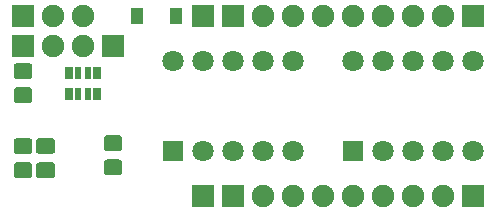
<source format=gbr>
G04 #@! TF.GenerationSoftware,KiCad,Pcbnew,(5.0.0)*
G04 #@! TF.CreationDate,2019-08-19T15:41:53-04:00*
G04 #@! TF.ProjectId,7segment,377365676D656E742E6B696361645F70,B*
G04 #@! TF.SameCoordinates,Original*
G04 #@! TF.FileFunction,Soldermask,Bot*
G04 #@! TF.FilePolarity,Negative*
%FSLAX46Y46*%
G04 Gerber Fmt 4.6, Leading zero omitted, Abs format (unit mm)*
G04 Created by KiCad (PCBNEW (5.0.0)) date 08/19/19 15:41:53*
%MOMM*%
%LPD*%
G01*
G04 APERTURE LIST*
%ADD10C,1.800000*%
%ADD11R,1.800000X1.800000*%
%ADD12R,1.900000X1.900000*%
%ADD13C,0.100000*%
%ADD14C,1.350000*%
%ADD15R,1.100000X1.400000*%
%ADD16O,1.900000X1.900000*%
%ADD17R,0.700000X1.000000*%
%ADD18R,0.600000X1.000000*%
G04 APERTURE END LIST*
D10*
G04 #@! TO.C,U1*
X76200000Y-41910000D03*
X78740000Y-41910000D03*
X81280000Y-41910000D03*
X83820000Y-41910000D03*
X86360000Y-41910000D03*
X86360000Y-49530000D03*
X83820000Y-49530000D03*
X81280000Y-49530000D03*
X78740000Y-49530000D03*
D11*
X76200000Y-49530000D03*
G04 #@! TD*
D12*
G04 #@! TO.C,J5*
X71120000Y-40640000D03*
G04 #@! TD*
D13*
G04 #@! TO.C,C3*
G36*
X71655289Y-50271413D02*
X71683778Y-50275639D01*
X71711715Y-50282637D01*
X71738832Y-50292340D01*
X71764867Y-50304653D01*
X71789570Y-50319460D01*
X71812703Y-50336616D01*
X71834043Y-50355957D01*
X71853384Y-50377297D01*
X71870540Y-50400430D01*
X71885347Y-50425133D01*
X71897660Y-50451168D01*
X71907363Y-50478285D01*
X71914361Y-50506222D01*
X71918587Y-50534711D01*
X71920000Y-50563477D01*
X71920000Y-51326523D01*
X71918587Y-51355289D01*
X71914361Y-51383778D01*
X71907363Y-51411715D01*
X71897660Y-51438832D01*
X71885347Y-51464867D01*
X71870540Y-51489570D01*
X71853384Y-51512703D01*
X71834043Y-51534043D01*
X71812703Y-51553384D01*
X71789570Y-51570540D01*
X71764867Y-51585347D01*
X71738832Y-51597660D01*
X71711715Y-51607363D01*
X71683778Y-51614361D01*
X71655289Y-51618587D01*
X71626523Y-51620000D01*
X70613477Y-51620000D01*
X70584711Y-51618587D01*
X70556222Y-51614361D01*
X70528285Y-51607363D01*
X70501168Y-51597660D01*
X70475133Y-51585347D01*
X70450430Y-51570540D01*
X70427297Y-51553384D01*
X70405957Y-51534043D01*
X70386616Y-51512703D01*
X70369460Y-51489570D01*
X70354653Y-51464867D01*
X70342340Y-51438832D01*
X70332637Y-51411715D01*
X70325639Y-51383778D01*
X70321413Y-51355289D01*
X70320000Y-51326523D01*
X70320000Y-50563477D01*
X70321413Y-50534711D01*
X70325639Y-50506222D01*
X70332637Y-50478285D01*
X70342340Y-50451168D01*
X70354653Y-50425133D01*
X70369460Y-50400430D01*
X70386616Y-50377297D01*
X70405957Y-50355957D01*
X70427297Y-50336616D01*
X70450430Y-50319460D01*
X70475133Y-50304653D01*
X70501168Y-50292340D01*
X70528285Y-50282637D01*
X70556222Y-50275639D01*
X70584711Y-50271413D01*
X70613477Y-50270000D01*
X71626523Y-50270000D01*
X71655289Y-50271413D01*
X71655289Y-50271413D01*
G37*
D14*
X71120000Y-50945000D03*
D13*
G36*
X71655289Y-48221413D02*
X71683778Y-48225639D01*
X71711715Y-48232637D01*
X71738832Y-48242340D01*
X71764867Y-48254653D01*
X71789570Y-48269460D01*
X71812703Y-48286616D01*
X71834043Y-48305957D01*
X71853384Y-48327297D01*
X71870540Y-48350430D01*
X71885347Y-48375133D01*
X71897660Y-48401168D01*
X71907363Y-48428285D01*
X71914361Y-48456222D01*
X71918587Y-48484711D01*
X71920000Y-48513477D01*
X71920000Y-49276523D01*
X71918587Y-49305289D01*
X71914361Y-49333778D01*
X71907363Y-49361715D01*
X71897660Y-49388832D01*
X71885347Y-49414867D01*
X71870540Y-49439570D01*
X71853384Y-49462703D01*
X71834043Y-49484043D01*
X71812703Y-49503384D01*
X71789570Y-49520540D01*
X71764867Y-49535347D01*
X71738832Y-49547660D01*
X71711715Y-49557363D01*
X71683778Y-49564361D01*
X71655289Y-49568587D01*
X71626523Y-49570000D01*
X70613477Y-49570000D01*
X70584711Y-49568587D01*
X70556222Y-49564361D01*
X70528285Y-49557363D01*
X70501168Y-49547660D01*
X70475133Y-49535347D01*
X70450430Y-49520540D01*
X70427297Y-49503384D01*
X70405957Y-49484043D01*
X70386616Y-49462703D01*
X70369460Y-49439570D01*
X70354653Y-49414867D01*
X70342340Y-49388832D01*
X70332637Y-49361715D01*
X70325639Y-49333778D01*
X70321413Y-49305289D01*
X70320000Y-49276523D01*
X70320000Y-48513477D01*
X70321413Y-48484711D01*
X70325639Y-48456222D01*
X70332637Y-48428285D01*
X70342340Y-48401168D01*
X70354653Y-48375133D01*
X70369460Y-48350430D01*
X70386616Y-48327297D01*
X70405957Y-48305957D01*
X70427297Y-48286616D01*
X70450430Y-48269460D01*
X70475133Y-48254653D01*
X70501168Y-48242340D01*
X70528285Y-48232637D01*
X70556222Y-48225639D01*
X70584711Y-48221413D01*
X70613477Y-48220000D01*
X71626523Y-48220000D01*
X71655289Y-48221413D01*
X71655289Y-48221413D01*
G37*
D14*
X71120000Y-48895000D03*
G04 #@! TD*
D15*
G04 #@! TO.C,D1*
X73153000Y-38100000D03*
X76453000Y-38100000D03*
G04 #@! TD*
D12*
G04 #@! TO.C,JP2*
X63500000Y-40640000D03*
D16*
X66040000Y-40640000D03*
X68580000Y-40640000D03*
G04 #@! TD*
D17*
G04 #@! TO.C,RN3*
X67380000Y-42915000D03*
D18*
X68980000Y-42915000D03*
X68180000Y-42915000D03*
D17*
X69780000Y-42915000D03*
D18*
X68180000Y-44715000D03*
D17*
X67380000Y-44715000D03*
D18*
X68980000Y-44715000D03*
D17*
X69780000Y-44715000D03*
G04 #@! TD*
D12*
G04 #@! TO.C,J6*
X81280000Y-38100000D03*
G04 #@! TD*
G04 #@! TO.C,J7*
X81280000Y-53340000D03*
G04 #@! TD*
D13*
G04 #@! TO.C,C1*
G36*
X65940289Y-50516413D02*
X65968778Y-50520639D01*
X65996715Y-50527637D01*
X66023832Y-50537340D01*
X66049867Y-50549653D01*
X66074570Y-50564460D01*
X66097703Y-50581616D01*
X66119043Y-50600957D01*
X66138384Y-50622297D01*
X66155540Y-50645430D01*
X66170347Y-50670133D01*
X66182660Y-50696168D01*
X66192363Y-50723285D01*
X66199361Y-50751222D01*
X66203587Y-50779711D01*
X66205000Y-50808477D01*
X66205000Y-51571523D01*
X66203587Y-51600289D01*
X66199361Y-51628778D01*
X66192363Y-51656715D01*
X66182660Y-51683832D01*
X66170347Y-51709867D01*
X66155540Y-51734570D01*
X66138384Y-51757703D01*
X66119043Y-51779043D01*
X66097703Y-51798384D01*
X66074570Y-51815540D01*
X66049867Y-51830347D01*
X66023832Y-51842660D01*
X65996715Y-51852363D01*
X65968778Y-51859361D01*
X65940289Y-51863587D01*
X65911523Y-51865000D01*
X64898477Y-51865000D01*
X64869711Y-51863587D01*
X64841222Y-51859361D01*
X64813285Y-51852363D01*
X64786168Y-51842660D01*
X64760133Y-51830347D01*
X64735430Y-51815540D01*
X64712297Y-51798384D01*
X64690957Y-51779043D01*
X64671616Y-51757703D01*
X64654460Y-51734570D01*
X64639653Y-51709867D01*
X64627340Y-51683832D01*
X64617637Y-51656715D01*
X64610639Y-51628778D01*
X64606413Y-51600289D01*
X64605000Y-51571523D01*
X64605000Y-50808477D01*
X64606413Y-50779711D01*
X64610639Y-50751222D01*
X64617637Y-50723285D01*
X64627340Y-50696168D01*
X64639653Y-50670133D01*
X64654460Y-50645430D01*
X64671616Y-50622297D01*
X64690957Y-50600957D01*
X64712297Y-50581616D01*
X64735430Y-50564460D01*
X64760133Y-50549653D01*
X64786168Y-50537340D01*
X64813285Y-50527637D01*
X64841222Y-50520639D01*
X64869711Y-50516413D01*
X64898477Y-50515000D01*
X65911523Y-50515000D01*
X65940289Y-50516413D01*
X65940289Y-50516413D01*
G37*
D14*
X65405000Y-51190000D03*
D13*
G36*
X65940289Y-48466413D02*
X65968778Y-48470639D01*
X65996715Y-48477637D01*
X66023832Y-48487340D01*
X66049867Y-48499653D01*
X66074570Y-48514460D01*
X66097703Y-48531616D01*
X66119043Y-48550957D01*
X66138384Y-48572297D01*
X66155540Y-48595430D01*
X66170347Y-48620133D01*
X66182660Y-48646168D01*
X66192363Y-48673285D01*
X66199361Y-48701222D01*
X66203587Y-48729711D01*
X66205000Y-48758477D01*
X66205000Y-49521523D01*
X66203587Y-49550289D01*
X66199361Y-49578778D01*
X66192363Y-49606715D01*
X66182660Y-49633832D01*
X66170347Y-49659867D01*
X66155540Y-49684570D01*
X66138384Y-49707703D01*
X66119043Y-49729043D01*
X66097703Y-49748384D01*
X66074570Y-49765540D01*
X66049867Y-49780347D01*
X66023832Y-49792660D01*
X65996715Y-49802363D01*
X65968778Y-49809361D01*
X65940289Y-49813587D01*
X65911523Y-49815000D01*
X64898477Y-49815000D01*
X64869711Y-49813587D01*
X64841222Y-49809361D01*
X64813285Y-49802363D01*
X64786168Y-49792660D01*
X64760133Y-49780347D01*
X64735430Y-49765540D01*
X64712297Y-49748384D01*
X64690957Y-49729043D01*
X64671616Y-49707703D01*
X64654460Y-49684570D01*
X64639653Y-49659867D01*
X64627340Y-49633832D01*
X64617637Y-49606715D01*
X64610639Y-49578778D01*
X64606413Y-49550289D01*
X64605000Y-49521523D01*
X64605000Y-48758477D01*
X64606413Y-48729711D01*
X64610639Y-48701222D01*
X64617637Y-48673285D01*
X64627340Y-48646168D01*
X64639653Y-48620133D01*
X64654460Y-48595430D01*
X64671616Y-48572297D01*
X64690957Y-48550957D01*
X64712297Y-48531616D01*
X64735430Y-48514460D01*
X64760133Y-48499653D01*
X64786168Y-48487340D01*
X64813285Y-48477637D01*
X64841222Y-48470639D01*
X64869711Y-48466413D01*
X64898477Y-48465000D01*
X65911523Y-48465000D01*
X65940289Y-48466413D01*
X65940289Y-48466413D01*
G37*
D14*
X65405000Y-49140000D03*
G04 #@! TD*
D12*
G04 #@! TO.C,J4*
X101600000Y-53340000D03*
D16*
X99060000Y-53340000D03*
X96520000Y-53340000D03*
X93980000Y-53340000D03*
X91440000Y-53340000D03*
X88900000Y-53340000D03*
X86360000Y-53340000D03*
X83820000Y-53340000D03*
G04 #@! TD*
D12*
G04 #@! TO.C,J3*
X78740000Y-53340000D03*
G04 #@! TD*
G04 #@! TO.C,J1*
X78740000Y-38100000D03*
G04 #@! TD*
D13*
G04 #@! TO.C,C2*
G36*
X64035289Y-50516413D02*
X64063778Y-50520639D01*
X64091715Y-50527637D01*
X64118832Y-50537340D01*
X64144867Y-50549653D01*
X64169570Y-50564460D01*
X64192703Y-50581616D01*
X64214043Y-50600957D01*
X64233384Y-50622297D01*
X64250540Y-50645430D01*
X64265347Y-50670133D01*
X64277660Y-50696168D01*
X64287363Y-50723285D01*
X64294361Y-50751222D01*
X64298587Y-50779711D01*
X64300000Y-50808477D01*
X64300000Y-51571523D01*
X64298587Y-51600289D01*
X64294361Y-51628778D01*
X64287363Y-51656715D01*
X64277660Y-51683832D01*
X64265347Y-51709867D01*
X64250540Y-51734570D01*
X64233384Y-51757703D01*
X64214043Y-51779043D01*
X64192703Y-51798384D01*
X64169570Y-51815540D01*
X64144867Y-51830347D01*
X64118832Y-51842660D01*
X64091715Y-51852363D01*
X64063778Y-51859361D01*
X64035289Y-51863587D01*
X64006523Y-51865000D01*
X62993477Y-51865000D01*
X62964711Y-51863587D01*
X62936222Y-51859361D01*
X62908285Y-51852363D01*
X62881168Y-51842660D01*
X62855133Y-51830347D01*
X62830430Y-51815540D01*
X62807297Y-51798384D01*
X62785957Y-51779043D01*
X62766616Y-51757703D01*
X62749460Y-51734570D01*
X62734653Y-51709867D01*
X62722340Y-51683832D01*
X62712637Y-51656715D01*
X62705639Y-51628778D01*
X62701413Y-51600289D01*
X62700000Y-51571523D01*
X62700000Y-50808477D01*
X62701413Y-50779711D01*
X62705639Y-50751222D01*
X62712637Y-50723285D01*
X62722340Y-50696168D01*
X62734653Y-50670133D01*
X62749460Y-50645430D01*
X62766616Y-50622297D01*
X62785957Y-50600957D01*
X62807297Y-50581616D01*
X62830430Y-50564460D01*
X62855133Y-50549653D01*
X62881168Y-50537340D01*
X62908285Y-50527637D01*
X62936222Y-50520639D01*
X62964711Y-50516413D01*
X62993477Y-50515000D01*
X64006523Y-50515000D01*
X64035289Y-50516413D01*
X64035289Y-50516413D01*
G37*
D14*
X63500000Y-51190000D03*
D13*
G36*
X64035289Y-48466413D02*
X64063778Y-48470639D01*
X64091715Y-48477637D01*
X64118832Y-48487340D01*
X64144867Y-48499653D01*
X64169570Y-48514460D01*
X64192703Y-48531616D01*
X64214043Y-48550957D01*
X64233384Y-48572297D01*
X64250540Y-48595430D01*
X64265347Y-48620133D01*
X64277660Y-48646168D01*
X64287363Y-48673285D01*
X64294361Y-48701222D01*
X64298587Y-48729711D01*
X64300000Y-48758477D01*
X64300000Y-49521523D01*
X64298587Y-49550289D01*
X64294361Y-49578778D01*
X64287363Y-49606715D01*
X64277660Y-49633832D01*
X64265347Y-49659867D01*
X64250540Y-49684570D01*
X64233384Y-49707703D01*
X64214043Y-49729043D01*
X64192703Y-49748384D01*
X64169570Y-49765540D01*
X64144867Y-49780347D01*
X64118832Y-49792660D01*
X64091715Y-49802363D01*
X64063778Y-49809361D01*
X64035289Y-49813587D01*
X64006523Y-49815000D01*
X62993477Y-49815000D01*
X62964711Y-49813587D01*
X62936222Y-49809361D01*
X62908285Y-49802363D01*
X62881168Y-49792660D01*
X62855133Y-49780347D01*
X62830430Y-49765540D01*
X62807297Y-49748384D01*
X62785957Y-49729043D01*
X62766616Y-49707703D01*
X62749460Y-49684570D01*
X62734653Y-49659867D01*
X62722340Y-49633832D01*
X62712637Y-49606715D01*
X62705639Y-49578778D01*
X62701413Y-49550289D01*
X62700000Y-49521523D01*
X62700000Y-48758477D01*
X62701413Y-48729711D01*
X62705639Y-48701222D01*
X62712637Y-48673285D01*
X62722340Y-48646168D01*
X62734653Y-48620133D01*
X62749460Y-48595430D01*
X62766616Y-48572297D01*
X62785957Y-48550957D01*
X62807297Y-48531616D01*
X62830430Y-48514460D01*
X62855133Y-48499653D01*
X62881168Y-48487340D01*
X62908285Y-48477637D01*
X62936222Y-48470639D01*
X62964711Y-48466413D01*
X62993477Y-48465000D01*
X64006523Y-48465000D01*
X64035289Y-48466413D01*
X64035289Y-48466413D01*
G37*
D14*
X63500000Y-49140000D03*
G04 #@! TD*
D12*
G04 #@! TO.C,J2*
X101600000Y-38100000D03*
D16*
X99060000Y-38100000D03*
X96520000Y-38100000D03*
X93980000Y-38100000D03*
X91440000Y-38100000D03*
X88900000Y-38100000D03*
X86360000Y-38100000D03*
X83820000Y-38100000D03*
G04 #@! TD*
D13*
G04 #@! TO.C,R3*
G36*
X64035289Y-42116413D02*
X64063778Y-42120639D01*
X64091715Y-42127637D01*
X64118832Y-42137340D01*
X64144867Y-42149653D01*
X64169570Y-42164460D01*
X64192703Y-42181616D01*
X64214043Y-42200957D01*
X64233384Y-42222297D01*
X64250540Y-42245430D01*
X64265347Y-42270133D01*
X64277660Y-42296168D01*
X64287363Y-42323285D01*
X64294361Y-42351222D01*
X64298587Y-42379711D01*
X64300000Y-42408477D01*
X64300000Y-43171523D01*
X64298587Y-43200289D01*
X64294361Y-43228778D01*
X64287363Y-43256715D01*
X64277660Y-43283832D01*
X64265347Y-43309867D01*
X64250540Y-43334570D01*
X64233384Y-43357703D01*
X64214043Y-43379043D01*
X64192703Y-43398384D01*
X64169570Y-43415540D01*
X64144867Y-43430347D01*
X64118832Y-43442660D01*
X64091715Y-43452363D01*
X64063778Y-43459361D01*
X64035289Y-43463587D01*
X64006523Y-43465000D01*
X62993477Y-43465000D01*
X62964711Y-43463587D01*
X62936222Y-43459361D01*
X62908285Y-43452363D01*
X62881168Y-43442660D01*
X62855133Y-43430347D01*
X62830430Y-43415540D01*
X62807297Y-43398384D01*
X62785957Y-43379043D01*
X62766616Y-43357703D01*
X62749460Y-43334570D01*
X62734653Y-43309867D01*
X62722340Y-43283832D01*
X62712637Y-43256715D01*
X62705639Y-43228778D01*
X62701413Y-43200289D01*
X62700000Y-43171523D01*
X62700000Y-42408477D01*
X62701413Y-42379711D01*
X62705639Y-42351222D01*
X62712637Y-42323285D01*
X62722340Y-42296168D01*
X62734653Y-42270133D01*
X62749460Y-42245430D01*
X62766616Y-42222297D01*
X62785957Y-42200957D01*
X62807297Y-42181616D01*
X62830430Y-42164460D01*
X62855133Y-42149653D01*
X62881168Y-42137340D01*
X62908285Y-42127637D01*
X62936222Y-42120639D01*
X62964711Y-42116413D01*
X62993477Y-42115000D01*
X64006523Y-42115000D01*
X64035289Y-42116413D01*
X64035289Y-42116413D01*
G37*
D14*
X63500000Y-42790000D03*
D13*
G36*
X64035289Y-44166413D02*
X64063778Y-44170639D01*
X64091715Y-44177637D01*
X64118832Y-44187340D01*
X64144867Y-44199653D01*
X64169570Y-44214460D01*
X64192703Y-44231616D01*
X64214043Y-44250957D01*
X64233384Y-44272297D01*
X64250540Y-44295430D01*
X64265347Y-44320133D01*
X64277660Y-44346168D01*
X64287363Y-44373285D01*
X64294361Y-44401222D01*
X64298587Y-44429711D01*
X64300000Y-44458477D01*
X64300000Y-45221523D01*
X64298587Y-45250289D01*
X64294361Y-45278778D01*
X64287363Y-45306715D01*
X64277660Y-45333832D01*
X64265347Y-45359867D01*
X64250540Y-45384570D01*
X64233384Y-45407703D01*
X64214043Y-45429043D01*
X64192703Y-45448384D01*
X64169570Y-45465540D01*
X64144867Y-45480347D01*
X64118832Y-45492660D01*
X64091715Y-45502363D01*
X64063778Y-45509361D01*
X64035289Y-45513587D01*
X64006523Y-45515000D01*
X62993477Y-45515000D01*
X62964711Y-45513587D01*
X62936222Y-45509361D01*
X62908285Y-45502363D01*
X62881168Y-45492660D01*
X62855133Y-45480347D01*
X62830430Y-45465540D01*
X62807297Y-45448384D01*
X62785957Y-45429043D01*
X62766616Y-45407703D01*
X62749460Y-45384570D01*
X62734653Y-45359867D01*
X62722340Y-45333832D01*
X62712637Y-45306715D01*
X62705639Y-45278778D01*
X62701413Y-45250289D01*
X62700000Y-45221523D01*
X62700000Y-44458477D01*
X62701413Y-44429711D01*
X62705639Y-44401222D01*
X62712637Y-44373285D01*
X62722340Y-44346168D01*
X62734653Y-44320133D01*
X62749460Y-44295430D01*
X62766616Y-44272297D01*
X62785957Y-44250957D01*
X62807297Y-44231616D01*
X62830430Y-44214460D01*
X62855133Y-44199653D01*
X62881168Y-44187340D01*
X62908285Y-44177637D01*
X62936222Y-44170639D01*
X62964711Y-44166413D01*
X62993477Y-44165000D01*
X64006523Y-44165000D01*
X64035289Y-44166413D01*
X64035289Y-44166413D01*
G37*
D14*
X63500000Y-44840000D03*
G04 #@! TD*
D12*
G04 #@! TO.C,JP1*
X63500000Y-38100000D03*
D16*
X66040000Y-38100000D03*
X68580000Y-38100000D03*
G04 #@! TD*
D11*
G04 #@! TO.C,U3*
X91440000Y-49530000D03*
D10*
X93980000Y-49530000D03*
X96520000Y-49530000D03*
X99060000Y-49530000D03*
X101600000Y-49530000D03*
X101600000Y-41910000D03*
X99060000Y-41910000D03*
X96520000Y-41910000D03*
X93980000Y-41910000D03*
X91440000Y-41910000D03*
G04 #@! TD*
M02*

</source>
